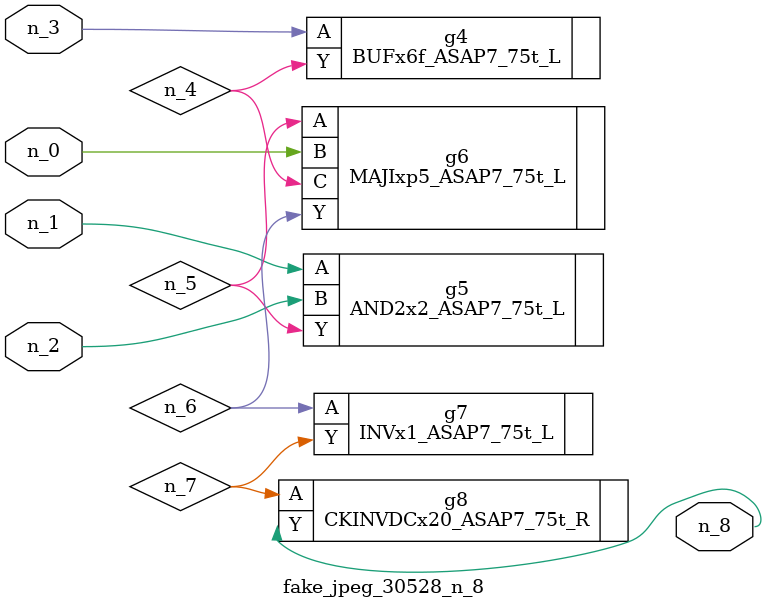
<source format=v>
module fake_jpeg_30528_n_8 (n_0, n_3, n_2, n_1, n_8);

input n_0;
input n_3;
input n_2;
input n_1;

output n_8;

wire n_4;
wire n_6;
wire n_5;
wire n_7;

BUFx6f_ASAP7_75t_L g4 ( 
.A(n_3),
.Y(n_4)
);

AND2x2_ASAP7_75t_L g5 ( 
.A(n_1),
.B(n_2),
.Y(n_5)
);

MAJIxp5_ASAP7_75t_L g6 ( 
.A(n_5),
.B(n_0),
.C(n_4),
.Y(n_6)
);

INVx1_ASAP7_75t_L g7 ( 
.A(n_6),
.Y(n_7)
);

CKINVDCx20_ASAP7_75t_R g8 ( 
.A(n_7),
.Y(n_8)
);


endmodule
</source>
